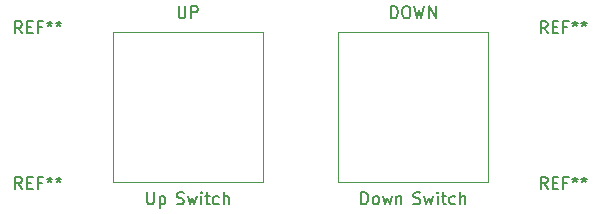
<source format=gbr>
%TF.GenerationSoftware,KiCad,Pcbnew,(7.0.0)*%
%TF.CreationDate,2023-02-21T01:36:48-05:00*%
%TF.ProjectId,Desk Panel,4465736b-2050-4616-9e65-6c2e6b696361,rev?*%
%TF.SameCoordinates,Original*%
%TF.FileFunction,AssemblyDrawing,Top*%
%FSLAX46Y46*%
G04 Gerber Fmt 4.6, Leading zero omitted, Abs format (unit mm)*
G04 Created by KiCad (PCBNEW (7.0.0)) date 2023-02-21 01:36:48*
%MOMM*%
%LPD*%
G01*
G04 APERTURE LIST*
%ADD10C,0.150000*%
%ADD11C,0.100000*%
G04 APERTURE END LIST*
D10*
%TO.C,REF\u002A\u002A*%
X121066666Y-106517380D02*
X120733333Y-106041190D01*
X120495238Y-106517380D02*
X120495238Y-105517380D01*
X120495238Y-105517380D02*
X120876190Y-105517380D01*
X120876190Y-105517380D02*
X120971428Y-105565000D01*
X120971428Y-105565000D02*
X121019047Y-105612619D01*
X121019047Y-105612619D02*
X121066666Y-105707857D01*
X121066666Y-105707857D02*
X121066666Y-105850714D01*
X121066666Y-105850714D02*
X121019047Y-105945952D01*
X121019047Y-105945952D02*
X120971428Y-105993571D01*
X120971428Y-105993571D02*
X120876190Y-106041190D01*
X120876190Y-106041190D02*
X120495238Y-106041190D01*
X121495238Y-105993571D02*
X121828571Y-105993571D01*
X121971428Y-106517380D02*
X121495238Y-106517380D01*
X121495238Y-106517380D02*
X121495238Y-105517380D01*
X121495238Y-105517380D02*
X121971428Y-105517380D01*
X122733333Y-105993571D02*
X122400000Y-105993571D01*
X122400000Y-106517380D02*
X122400000Y-105517380D01*
X122400000Y-105517380D02*
X122876190Y-105517380D01*
X123400000Y-105517380D02*
X123400000Y-105755476D01*
X123161905Y-105660238D02*
X123400000Y-105755476D01*
X123400000Y-105755476D02*
X123638095Y-105660238D01*
X123257143Y-105945952D02*
X123400000Y-105755476D01*
X123400000Y-105755476D02*
X123542857Y-105945952D01*
X124161905Y-105517380D02*
X124161905Y-105755476D01*
X123923810Y-105660238D02*
X124161905Y-105755476D01*
X124161905Y-105755476D02*
X124400000Y-105660238D01*
X124019048Y-105945952D02*
X124161905Y-105755476D01*
X124161905Y-105755476D02*
X124304762Y-105945952D01*
%TO.C,DOWN*%
X149804762Y-107791380D02*
X149804762Y-106791380D01*
X149804762Y-106791380D02*
X150042857Y-106791380D01*
X150042857Y-106791380D02*
X150185714Y-106839000D01*
X150185714Y-106839000D02*
X150280952Y-106934238D01*
X150280952Y-106934238D02*
X150328571Y-107029476D01*
X150328571Y-107029476D02*
X150376190Y-107219952D01*
X150376190Y-107219952D02*
X150376190Y-107362809D01*
X150376190Y-107362809D02*
X150328571Y-107553285D01*
X150328571Y-107553285D02*
X150280952Y-107648523D01*
X150280952Y-107648523D02*
X150185714Y-107743761D01*
X150185714Y-107743761D02*
X150042857Y-107791380D01*
X150042857Y-107791380D02*
X149804762Y-107791380D01*
X150947619Y-107791380D02*
X150852381Y-107743761D01*
X150852381Y-107743761D02*
X150804762Y-107696142D01*
X150804762Y-107696142D02*
X150757143Y-107600904D01*
X150757143Y-107600904D02*
X150757143Y-107315190D01*
X150757143Y-107315190D02*
X150804762Y-107219952D01*
X150804762Y-107219952D02*
X150852381Y-107172333D01*
X150852381Y-107172333D02*
X150947619Y-107124714D01*
X150947619Y-107124714D02*
X151090476Y-107124714D01*
X151090476Y-107124714D02*
X151185714Y-107172333D01*
X151185714Y-107172333D02*
X151233333Y-107219952D01*
X151233333Y-107219952D02*
X151280952Y-107315190D01*
X151280952Y-107315190D02*
X151280952Y-107600904D01*
X151280952Y-107600904D02*
X151233333Y-107696142D01*
X151233333Y-107696142D02*
X151185714Y-107743761D01*
X151185714Y-107743761D02*
X151090476Y-107791380D01*
X151090476Y-107791380D02*
X150947619Y-107791380D01*
X151614286Y-107124714D02*
X151804762Y-107791380D01*
X151804762Y-107791380D02*
X151995238Y-107315190D01*
X151995238Y-107315190D02*
X152185714Y-107791380D01*
X152185714Y-107791380D02*
X152376190Y-107124714D01*
X152757143Y-107124714D02*
X152757143Y-107791380D01*
X152757143Y-107219952D02*
X152804762Y-107172333D01*
X152804762Y-107172333D02*
X152900000Y-107124714D01*
X152900000Y-107124714D02*
X153042857Y-107124714D01*
X153042857Y-107124714D02*
X153138095Y-107172333D01*
X153138095Y-107172333D02*
X153185714Y-107267571D01*
X153185714Y-107267571D02*
X153185714Y-107791380D01*
X154214286Y-107743761D02*
X154357143Y-107791380D01*
X154357143Y-107791380D02*
X154595238Y-107791380D01*
X154595238Y-107791380D02*
X154690476Y-107743761D01*
X154690476Y-107743761D02*
X154738095Y-107696142D01*
X154738095Y-107696142D02*
X154785714Y-107600904D01*
X154785714Y-107600904D02*
X154785714Y-107505666D01*
X154785714Y-107505666D02*
X154738095Y-107410428D01*
X154738095Y-107410428D02*
X154690476Y-107362809D01*
X154690476Y-107362809D02*
X154595238Y-107315190D01*
X154595238Y-107315190D02*
X154404762Y-107267571D01*
X154404762Y-107267571D02*
X154309524Y-107219952D01*
X154309524Y-107219952D02*
X154261905Y-107172333D01*
X154261905Y-107172333D02*
X154214286Y-107077095D01*
X154214286Y-107077095D02*
X154214286Y-106981857D01*
X154214286Y-106981857D02*
X154261905Y-106886619D01*
X154261905Y-106886619D02*
X154309524Y-106839000D01*
X154309524Y-106839000D02*
X154404762Y-106791380D01*
X154404762Y-106791380D02*
X154642857Y-106791380D01*
X154642857Y-106791380D02*
X154785714Y-106839000D01*
X155119048Y-107124714D02*
X155309524Y-107791380D01*
X155309524Y-107791380D02*
X155500000Y-107315190D01*
X155500000Y-107315190D02*
X155690476Y-107791380D01*
X155690476Y-107791380D02*
X155880952Y-107124714D01*
X156261905Y-107791380D02*
X156261905Y-107124714D01*
X156261905Y-106791380D02*
X156214286Y-106839000D01*
X156214286Y-106839000D02*
X156261905Y-106886619D01*
X156261905Y-106886619D02*
X156309524Y-106839000D01*
X156309524Y-106839000D02*
X156261905Y-106791380D01*
X156261905Y-106791380D02*
X156261905Y-106886619D01*
X156595238Y-107124714D02*
X156976190Y-107124714D01*
X156738095Y-106791380D02*
X156738095Y-107648523D01*
X156738095Y-107648523D02*
X156785714Y-107743761D01*
X156785714Y-107743761D02*
X156880952Y-107791380D01*
X156880952Y-107791380D02*
X156976190Y-107791380D01*
X157738095Y-107743761D02*
X157642857Y-107791380D01*
X157642857Y-107791380D02*
X157452381Y-107791380D01*
X157452381Y-107791380D02*
X157357143Y-107743761D01*
X157357143Y-107743761D02*
X157309524Y-107696142D01*
X157309524Y-107696142D02*
X157261905Y-107600904D01*
X157261905Y-107600904D02*
X157261905Y-107315190D01*
X157261905Y-107315190D02*
X157309524Y-107219952D01*
X157309524Y-107219952D02*
X157357143Y-107172333D01*
X157357143Y-107172333D02*
X157452381Y-107124714D01*
X157452381Y-107124714D02*
X157642857Y-107124714D01*
X157642857Y-107124714D02*
X157738095Y-107172333D01*
X158166667Y-107791380D02*
X158166667Y-106791380D01*
X158595238Y-107791380D02*
X158595238Y-107267571D01*
X158595238Y-107267571D02*
X158547619Y-107172333D01*
X158547619Y-107172333D02*
X158452381Y-107124714D01*
X158452381Y-107124714D02*
X158309524Y-107124714D01*
X158309524Y-107124714D02*
X158214286Y-107172333D01*
X158214286Y-107172333D02*
X158166667Y-107219952D01*
X152319048Y-92043380D02*
X152319048Y-91043380D01*
X152319048Y-91043380D02*
X152557143Y-91043380D01*
X152557143Y-91043380D02*
X152700000Y-91091000D01*
X152700000Y-91091000D02*
X152795238Y-91186238D01*
X152795238Y-91186238D02*
X152842857Y-91281476D01*
X152842857Y-91281476D02*
X152890476Y-91471952D01*
X152890476Y-91471952D02*
X152890476Y-91614809D01*
X152890476Y-91614809D02*
X152842857Y-91805285D01*
X152842857Y-91805285D02*
X152795238Y-91900523D01*
X152795238Y-91900523D02*
X152700000Y-91995761D01*
X152700000Y-91995761D02*
X152557143Y-92043380D01*
X152557143Y-92043380D02*
X152319048Y-92043380D01*
X153509524Y-91043380D02*
X153700000Y-91043380D01*
X153700000Y-91043380D02*
X153795238Y-91091000D01*
X153795238Y-91091000D02*
X153890476Y-91186238D01*
X153890476Y-91186238D02*
X153938095Y-91376714D01*
X153938095Y-91376714D02*
X153938095Y-91710047D01*
X153938095Y-91710047D02*
X153890476Y-91900523D01*
X153890476Y-91900523D02*
X153795238Y-91995761D01*
X153795238Y-91995761D02*
X153700000Y-92043380D01*
X153700000Y-92043380D02*
X153509524Y-92043380D01*
X153509524Y-92043380D02*
X153414286Y-91995761D01*
X153414286Y-91995761D02*
X153319048Y-91900523D01*
X153319048Y-91900523D02*
X153271429Y-91710047D01*
X153271429Y-91710047D02*
X153271429Y-91376714D01*
X153271429Y-91376714D02*
X153319048Y-91186238D01*
X153319048Y-91186238D02*
X153414286Y-91091000D01*
X153414286Y-91091000D02*
X153509524Y-91043380D01*
X154271429Y-91043380D02*
X154509524Y-92043380D01*
X154509524Y-92043380D02*
X154700000Y-91329095D01*
X154700000Y-91329095D02*
X154890476Y-92043380D01*
X154890476Y-92043380D02*
X155128572Y-91043380D01*
X155509524Y-92043380D02*
X155509524Y-91043380D01*
X155509524Y-91043380D02*
X156080952Y-92043380D01*
X156080952Y-92043380D02*
X156080952Y-91043380D01*
%TO.C,REF\u002A\u002A*%
X165566666Y-93317380D02*
X165233333Y-92841190D01*
X164995238Y-93317380D02*
X164995238Y-92317380D01*
X164995238Y-92317380D02*
X165376190Y-92317380D01*
X165376190Y-92317380D02*
X165471428Y-92365000D01*
X165471428Y-92365000D02*
X165519047Y-92412619D01*
X165519047Y-92412619D02*
X165566666Y-92507857D01*
X165566666Y-92507857D02*
X165566666Y-92650714D01*
X165566666Y-92650714D02*
X165519047Y-92745952D01*
X165519047Y-92745952D02*
X165471428Y-92793571D01*
X165471428Y-92793571D02*
X165376190Y-92841190D01*
X165376190Y-92841190D02*
X164995238Y-92841190D01*
X165995238Y-92793571D02*
X166328571Y-92793571D01*
X166471428Y-93317380D02*
X165995238Y-93317380D01*
X165995238Y-93317380D02*
X165995238Y-92317380D01*
X165995238Y-92317380D02*
X166471428Y-92317380D01*
X167233333Y-92793571D02*
X166900000Y-92793571D01*
X166900000Y-93317380D02*
X166900000Y-92317380D01*
X166900000Y-92317380D02*
X167376190Y-92317380D01*
X167900000Y-92317380D02*
X167900000Y-92555476D01*
X167661905Y-92460238D02*
X167900000Y-92555476D01*
X167900000Y-92555476D02*
X168138095Y-92460238D01*
X167757143Y-92745952D02*
X167900000Y-92555476D01*
X167900000Y-92555476D02*
X168042857Y-92745952D01*
X168661905Y-92317380D02*
X168661905Y-92555476D01*
X168423810Y-92460238D02*
X168661905Y-92555476D01*
X168661905Y-92555476D02*
X168900000Y-92460238D01*
X168519048Y-92745952D02*
X168661905Y-92555476D01*
X168661905Y-92555476D02*
X168804762Y-92745952D01*
X121066666Y-93317380D02*
X120733333Y-92841190D01*
X120495238Y-93317380D02*
X120495238Y-92317380D01*
X120495238Y-92317380D02*
X120876190Y-92317380D01*
X120876190Y-92317380D02*
X120971428Y-92365000D01*
X120971428Y-92365000D02*
X121019047Y-92412619D01*
X121019047Y-92412619D02*
X121066666Y-92507857D01*
X121066666Y-92507857D02*
X121066666Y-92650714D01*
X121066666Y-92650714D02*
X121019047Y-92745952D01*
X121019047Y-92745952D02*
X120971428Y-92793571D01*
X120971428Y-92793571D02*
X120876190Y-92841190D01*
X120876190Y-92841190D02*
X120495238Y-92841190D01*
X121495238Y-92793571D02*
X121828571Y-92793571D01*
X121971428Y-93317380D02*
X121495238Y-93317380D01*
X121495238Y-93317380D02*
X121495238Y-92317380D01*
X121495238Y-92317380D02*
X121971428Y-92317380D01*
X122733333Y-92793571D02*
X122400000Y-92793571D01*
X122400000Y-93317380D02*
X122400000Y-92317380D01*
X122400000Y-92317380D02*
X122876190Y-92317380D01*
X123400000Y-92317380D02*
X123400000Y-92555476D01*
X123161905Y-92460238D02*
X123400000Y-92555476D01*
X123400000Y-92555476D02*
X123638095Y-92460238D01*
X123257143Y-92745952D02*
X123400000Y-92555476D01*
X123400000Y-92555476D02*
X123542857Y-92745952D01*
X124161905Y-92317380D02*
X124161905Y-92555476D01*
X123923810Y-92460238D02*
X124161905Y-92555476D01*
X124161905Y-92555476D02*
X124400000Y-92460238D01*
X124019048Y-92745952D02*
X124161905Y-92555476D01*
X124161905Y-92555476D02*
X124304762Y-92745952D01*
%TO.C,UP*%
X131677143Y-106791380D02*
X131677143Y-107600904D01*
X131677143Y-107600904D02*
X131724762Y-107696142D01*
X131724762Y-107696142D02*
X131772381Y-107743761D01*
X131772381Y-107743761D02*
X131867619Y-107791380D01*
X131867619Y-107791380D02*
X132058095Y-107791380D01*
X132058095Y-107791380D02*
X132153333Y-107743761D01*
X132153333Y-107743761D02*
X132200952Y-107696142D01*
X132200952Y-107696142D02*
X132248571Y-107600904D01*
X132248571Y-107600904D02*
X132248571Y-106791380D01*
X132724762Y-107124714D02*
X132724762Y-108124714D01*
X132724762Y-107172333D02*
X132820000Y-107124714D01*
X132820000Y-107124714D02*
X133010476Y-107124714D01*
X133010476Y-107124714D02*
X133105714Y-107172333D01*
X133105714Y-107172333D02*
X133153333Y-107219952D01*
X133153333Y-107219952D02*
X133200952Y-107315190D01*
X133200952Y-107315190D02*
X133200952Y-107600904D01*
X133200952Y-107600904D02*
X133153333Y-107696142D01*
X133153333Y-107696142D02*
X133105714Y-107743761D01*
X133105714Y-107743761D02*
X133010476Y-107791380D01*
X133010476Y-107791380D02*
X132820000Y-107791380D01*
X132820000Y-107791380D02*
X132724762Y-107743761D01*
X134181905Y-107743761D02*
X134324762Y-107791380D01*
X134324762Y-107791380D02*
X134562857Y-107791380D01*
X134562857Y-107791380D02*
X134658095Y-107743761D01*
X134658095Y-107743761D02*
X134705714Y-107696142D01*
X134705714Y-107696142D02*
X134753333Y-107600904D01*
X134753333Y-107600904D02*
X134753333Y-107505666D01*
X134753333Y-107505666D02*
X134705714Y-107410428D01*
X134705714Y-107410428D02*
X134658095Y-107362809D01*
X134658095Y-107362809D02*
X134562857Y-107315190D01*
X134562857Y-107315190D02*
X134372381Y-107267571D01*
X134372381Y-107267571D02*
X134277143Y-107219952D01*
X134277143Y-107219952D02*
X134229524Y-107172333D01*
X134229524Y-107172333D02*
X134181905Y-107077095D01*
X134181905Y-107077095D02*
X134181905Y-106981857D01*
X134181905Y-106981857D02*
X134229524Y-106886619D01*
X134229524Y-106886619D02*
X134277143Y-106839000D01*
X134277143Y-106839000D02*
X134372381Y-106791380D01*
X134372381Y-106791380D02*
X134610476Y-106791380D01*
X134610476Y-106791380D02*
X134753333Y-106839000D01*
X135086667Y-107124714D02*
X135277143Y-107791380D01*
X135277143Y-107791380D02*
X135467619Y-107315190D01*
X135467619Y-107315190D02*
X135658095Y-107791380D01*
X135658095Y-107791380D02*
X135848571Y-107124714D01*
X136229524Y-107791380D02*
X136229524Y-107124714D01*
X136229524Y-106791380D02*
X136181905Y-106839000D01*
X136181905Y-106839000D02*
X136229524Y-106886619D01*
X136229524Y-106886619D02*
X136277143Y-106839000D01*
X136277143Y-106839000D02*
X136229524Y-106791380D01*
X136229524Y-106791380D02*
X136229524Y-106886619D01*
X136562857Y-107124714D02*
X136943809Y-107124714D01*
X136705714Y-106791380D02*
X136705714Y-107648523D01*
X136705714Y-107648523D02*
X136753333Y-107743761D01*
X136753333Y-107743761D02*
X136848571Y-107791380D01*
X136848571Y-107791380D02*
X136943809Y-107791380D01*
X137705714Y-107743761D02*
X137610476Y-107791380D01*
X137610476Y-107791380D02*
X137420000Y-107791380D01*
X137420000Y-107791380D02*
X137324762Y-107743761D01*
X137324762Y-107743761D02*
X137277143Y-107696142D01*
X137277143Y-107696142D02*
X137229524Y-107600904D01*
X137229524Y-107600904D02*
X137229524Y-107315190D01*
X137229524Y-107315190D02*
X137277143Y-107219952D01*
X137277143Y-107219952D02*
X137324762Y-107172333D01*
X137324762Y-107172333D02*
X137420000Y-107124714D01*
X137420000Y-107124714D02*
X137610476Y-107124714D01*
X137610476Y-107124714D02*
X137705714Y-107172333D01*
X138134286Y-107791380D02*
X138134286Y-106791380D01*
X138562857Y-107791380D02*
X138562857Y-107267571D01*
X138562857Y-107267571D02*
X138515238Y-107172333D01*
X138515238Y-107172333D02*
X138420000Y-107124714D01*
X138420000Y-107124714D02*
X138277143Y-107124714D01*
X138277143Y-107124714D02*
X138181905Y-107172333D01*
X138181905Y-107172333D02*
X138134286Y-107219952D01*
X134334286Y-91043380D02*
X134334286Y-91852904D01*
X134334286Y-91852904D02*
X134381905Y-91948142D01*
X134381905Y-91948142D02*
X134429524Y-91995761D01*
X134429524Y-91995761D02*
X134524762Y-92043380D01*
X134524762Y-92043380D02*
X134715238Y-92043380D01*
X134715238Y-92043380D02*
X134810476Y-91995761D01*
X134810476Y-91995761D02*
X134858095Y-91948142D01*
X134858095Y-91948142D02*
X134905714Y-91852904D01*
X134905714Y-91852904D02*
X134905714Y-91043380D01*
X135381905Y-92043380D02*
X135381905Y-91043380D01*
X135381905Y-91043380D02*
X135762857Y-91043380D01*
X135762857Y-91043380D02*
X135858095Y-91091000D01*
X135858095Y-91091000D02*
X135905714Y-91138619D01*
X135905714Y-91138619D02*
X135953333Y-91233857D01*
X135953333Y-91233857D02*
X135953333Y-91376714D01*
X135953333Y-91376714D02*
X135905714Y-91471952D01*
X135905714Y-91471952D02*
X135858095Y-91519571D01*
X135858095Y-91519571D02*
X135762857Y-91567190D01*
X135762857Y-91567190D02*
X135381905Y-91567190D01*
%TO.C,REF\u002A\u002A*%
X165566666Y-106517380D02*
X165233333Y-106041190D01*
X164995238Y-106517380D02*
X164995238Y-105517380D01*
X164995238Y-105517380D02*
X165376190Y-105517380D01*
X165376190Y-105517380D02*
X165471428Y-105565000D01*
X165471428Y-105565000D02*
X165519047Y-105612619D01*
X165519047Y-105612619D02*
X165566666Y-105707857D01*
X165566666Y-105707857D02*
X165566666Y-105850714D01*
X165566666Y-105850714D02*
X165519047Y-105945952D01*
X165519047Y-105945952D02*
X165471428Y-105993571D01*
X165471428Y-105993571D02*
X165376190Y-106041190D01*
X165376190Y-106041190D02*
X164995238Y-106041190D01*
X165995238Y-105993571D02*
X166328571Y-105993571D01*
X166471428Y-106517380D02*
X165995238Y-106517380D01*
X165995238Y-106517380D02*
X165995238Y-105517380D01*
X165995238Y-105517380D02*
X166471428Y-105517380D01*
X167233333Y-105993571D02*
X166900000Y-105993571D01*
X166900000Y-106517380D02*
X166900000Y-105517380D01*
X166900000Y-105517380D02*
X167376190Y-105517380D01*
X167900000Y-105517380D02*
X167900000Y-105755476D01*
X167661905Y-105660238D02*
X167900000Y-105755476D01*
X167900000Y-105755476D02*
X168138095Y-105660238D01*
X167757143Y-105945952D02*
X167900000Y-105755476D01*
X167900000Y-105755476D02*
X168042857Y-105945952D01*
X168661905Y-105517380D02*
X168661905Y-105755476D01*
X168423810Y-105660238D02*
X168661905Y-105755476D01*
X168661905Y-105755476D02*
X168900000Y-105660238D01*
X168519048Y-105945952D02*
X168661905Y-105755476D01*
X168661905Y-105755476D02*
X168804762Y-105945952D01*
D11*
%TO.C,DOWN*%
X147850000Y-93200000D02*
X160550000Y-93200000D01*
X147850000Y-105900000D02*
X147850000Y-93200000D01*
X160550000Y-93200000D02*
X160550000Y-105900000D01*
X160550000Y-105900000D02*
X147850000Y-105900000D01*
%TO.C,UP*%
X128770000Y-93200000D02*
X141470000Y-93200000D01*
X128770000Y-105900000D02*
X128770000Y-93200000D01*
X141470000Y-93200000D02*
X141470000Y-105900000D01*
X141470000Y-105900000D02*
X128770000Y-105900000D01*
%TD*%
M02*

</source>
